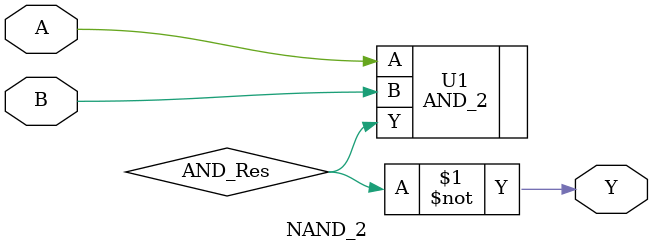
<source format=v>
`include "AND_2.v"

module NAND_2(
    input wire A,
    input wire B,
    output wire Y
  );

  wire AND_Res;

  AND_2 U1 (
          .A(A),
          .B(B),
          .Y(AND_Res)
        );

  assign Y = ~AND_Res;
endmodule

</source>
